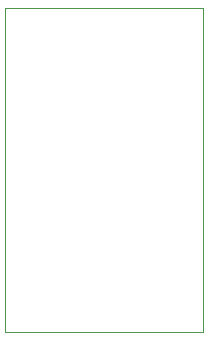
<source format=gbr>
G04 #@! TF.GenerationSoftware,KiCad,Pcbnew,(5.1.4-0-10_14)*
G04 #@! TF.CreationDate,2019-12-03T10:35:53-06:00*
G04 #@! TF.ProjectId,LM2592 Breakout Board,4c4d3235-3932-4204-9272-65616b6f7574,v0.1*
G04 #@! TF.SameCoordinates,Original*
G04 #@! TF.FileFunction,Profile,NP*
%FSLAX46Y46*%
G04 Gerber Fmt 4.6, Leading zero omitted, Abs format (unit mm)*
G04 Created by KiCad (PCBNEW (5.1.4-0-10_14)) date 2019-12-03 10:35:53*
%MOMM*%
%LPD*%
G04 APERTURE LIST*
%ADD10C,0.050000*%
G04 APERTURE END LIST*
D10*
X168859200Y-98044000D02*
X168859200Y-70662800D01*
X185623200Y-98044000D02*
X168859200Y-98044000D01*
X185623200Y-70662800D02*
X185623200Y-98044000D01*
X168859200Y-70662800D02*
X185623200Y-70662800D01*
M02*

</source>
